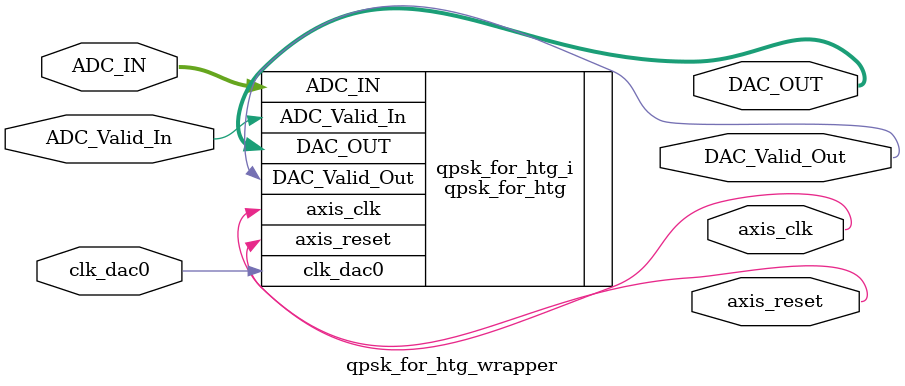
<source format=v>
`timescale 1 ps / 1 ps

module qpsk_for_htg_wrapper
   (ADC_IN,
    ADC_Valid_In,
    DAC_OUT,
    DAC_Valid_Out,
    axis_clk,
    axis_reset,
    clk_dac0);
  input [127:0]ADC_IN;
  input ADC_Valid_In;
  output [127:0]DAC_OUT;
  output DAC_Valid_Out;
  output axis_clk;
  output [0:0]axis_reset;
  input clk_dac0;

  wire [127:0]ADC_IN;
  wire ADC_Valid_In;
  wire [127:0]DAC_OUT;
  wire DAC_Valid_Out;
  wire axis_clk;
  wire [0:0]axis_reset;
  wire clk_dac0;

  qpsk_for_htg qpsk_for_htg_i
       (.ADC_IN(ADC_IN),
        .ADC_Valid_In(ADC_Valid_In),
        .DAC_OUT(DAC_OUT),
        .DAC_Valid_Out(DAC_Valid_Out),
        .axis_clk(axis_clk),
        .axis_reset(axis_reset),
        .clk_dac0(clk_dac0));
endmodule

</source>
